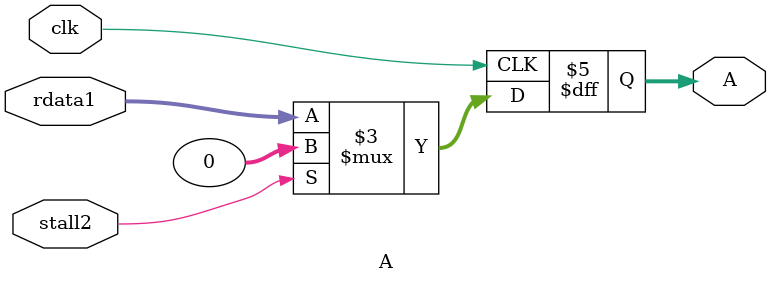
<source format=v>
`timescale 1ns / 1ps


module A(
input [31:0]rdata1,
input clk,
input stall2,
output reg [31:0]A
    );
    always@(posedge clk)
    begin
        if(stall2) A <= {32{0}};
        else begin
            A <= rdata1;
        end
        
    end
endmodule

</source>
